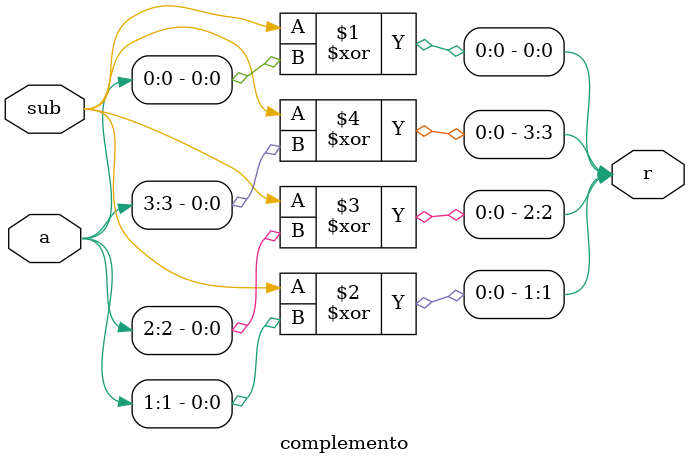
<source format=sv>
module complemento #(parameter M = 4)(input [M-1:0] a, input sub, output [M-1:0] r);

	genvar i;
	
	generate
		for(i = 0; i < M; i++) begin: calcComplemento
			xor valSub (r[i], sub, a[i]);
		end
	endgenerate

endmodule 
</source>
